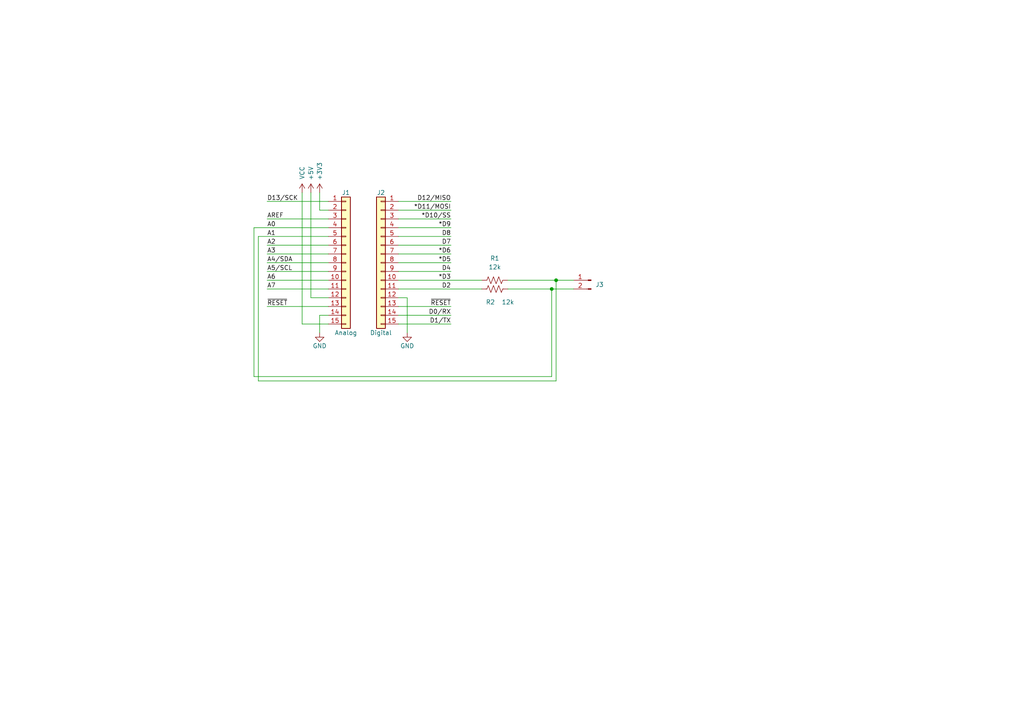
<source format=kicad_sch>
(kicad_sch (version 20211123) (generator eeschema)
  (paper "A4")
  (title_block (date "sam. 04 avril 2015"))
  (lib_symbols
    (symbol "Connector:Conn_01x02_Male" (pin_names (offset 1.016) hide)
      (property "Reference" "J" (at 0 2.54 0))
      (property "Value" "Conn_01x02_Male" (at 0 -5.08 0))
      (symbol "Conn_01x02_Male_1_1"
        (polyline (pts (xy 1.27 -2.54) (xy 0.8636 -2.54)) (stroke (width 0.1524)))
        (polyline (pts (xy 1.27 0) (xy 0.8636 0)) (stroke (width 0.1524)))
        (rectangle (start 0.8636 -2.413) (end 0 -2.667) (stroke (width 0.1524)) (fill (type outline)))
        (rectangle (start 0.8636 0.127) (end 0 -0.127) (stroke (width 0.1524)) (fill (type outline)))
        (pin passive line (at 5.08 0 180) (length 3.81) (name "Pin_1") (number "1"))
        (pin passive line (at 5.08 -2.54 180) (length 3.81) (name "Pin_2") (number "2"))
      )
    )
    (symbol "Connector_Generic:Conn_01x15" (pin_names (offset 1.016) hide)
      (property "Reference" "J" (at 0 20.32 0))
      (property "Value" "Conn_01x15" (at 0 -20.32 0))
      (symbol "Conn_01x15_1_1"
        (rectangle (start -1.27 -17.653) (end 0 -17.907) (stroke (width 0.1524)))
        (rectangle (start -1.27 -15.113) (end 0 -15.367) (stroke (width 0.1524)))
        (rectangle (start -1.27 -12.573) (end 0 -12.827) (stroke (width 0.1524)))
        (rectangle (start -1.27 -10.033) (end 0 -10.287) (stroke (width 0.1524)))
        (rectangle (start -1.27 -7.493) (end 0 -7.747) (stroke (width 0.1524)))
        (rectangle (start -1.27 -4.953) (end 0 -5.207) (stroke (width 0.1524)))
        (rectangle (start -1.27 -2.413) (end 0 -2.667) (stroke (width 0.1524)))
        (rectangle (start -1.27 0.127) (end 0 -0.127) (stroke (width 0.1524)))
        (rectangle (start -1.27 2.667) (end 0 2.413) (stroke (width 0.1524)))
        (rectangle (start -1.27 5.207) (end 0 4.953) (stroke (width 0.1524)))
        (rectangle (start -1.27 7.747) (end 0 7.493) (stroke (width 0.1524)))
        (rectangle (start -1.27 10.287) (end 0 10.033) (stroke (width 0.1524)))
        (rectangle (start -1.27 12.827) (end 0 12.573) (stroke (width 0.1524)))
        (rectangle (start -1.27 15.367) (end 0 15.113) (stroke (width 0.1524)))
        (rectangle (start -1.27 17.907) (end 0 17.653) (stroke (width 0.1524)))
        (rectangle (start -1.27 19.05) (end 1.27 -19.05) (stroke (width 0.254)) (fill (type background)))
        (pin passive line (at -5.08 17.78 0) (length 3.81) (name "Pin_1") (number "1"))
        (pin passive line (at -5.08 -5.08 0) (length 3.81) (name "Pin_10") (number "10"))
        (pin passive line (at -5.08 -7.62 0) (length 3.81) (name "Pin_11") (number "11"))
        (pin passive line (at -5.08 -10.16 0) (length 3.81) (name "Pin_12") (number "12"))
        (pin passive line (at -5.08 -12.7 0) (length 3.81) (name "Pin_13") (number "13"))
        (pin passive line (at -5.08 -15.24 0) (length 3.81) (name "Pin_14") (number "14"))
        (pin passive line (at -5.08 -17.78 0) (length 3.81) (name "Pin_15") (number "15"))
        (pin passive line (at -5.08 15.24 0) (length 3.81) (name "Pin_2") (number "2"))
        (pin passive line (at -5.08 12.7 0) (length 3.81) (name "Pin_3") (number "3"))
        (pin passive line (at -5.08 10.16 0) (length 3.81) (name "Pin_4") (number "4"))
        (pin passive line (at -5.08 7.62 0) (length 3.81) (name "Pin_5") (number "5"))
        (pin passive line (at -5.08 5.08 0) (length 3.81) (name "Pin_6") (number "6"))
        (pin passive line (at -5.08 2.54 0) (length 3.81) (name "Pin_7") (number "7"))
        (pin passive line (at -5.08 0 0) (length 3.81) (name "Pin_8") (number "8"))
        (pin passive line (at -5.08 -2.54 0) (length 3.81) (name "Pin_9") (number "9"))
      )
    )
    (symbol "Device:R_US" (pin_numbers hide) (pin_names (offset 0))
      (property "Reference" "R" (at 2.54 0 90))
      (property "Value" "R_US" (at -2.54 0 90))
      (symbol "R_US_0_1"
        (polyline (pts (xy 0 -2.286) (xy 0 -2.54)))
        (polyline (pts (xy 0 2.286) (xy 0 2.54)))
        (polyline (pts (xy 0 -0.762) (xy 1.016 -1.143) (xy 0 -1.524) (xy -1.016 -1.905) (xy 0 -2.286)))
        (polyline (pts (xy 0 0.762) (xy 1.016 0.381) (xy 0 0) (xy -1.016 -0.381) (xy 0 -0.762)))
        (polyline (pts (xy 0 2.286) (xy 1.016 1.905) (xy 0 1.524) (xy -1.016 1.143) (xy 0 0.762)))
      )
      (symbol "R_US_1_1"
        (pin passive line (at 0 3.81 270) (length 1.27) (name "~") (number "1"))
        (pin passive line (at 0 -3.81 90) (length 1.27) (name "~") (number "2"))
      )
    )
    (symbol "power:+3.3V" (power) (pin_names (offset 0))
      (property "Value" "+3.3V" (at 0 3.556 0))
      (symbol "+3.3V_0_1"
        (polyline (pts (xy -0.762 1.27) (xy 0 2.54)))
        (polyline (pts (xy 0 0) (xy 0 2.54)))
        (polyline (pts (xy 0 2.54) (xy 0.762 1.27)))
      )
      (symbol "+3.3V_1_1"
        (pin power_in line (at 0 0 90) (length 0) hide (name "+3V3") (number "1"))
      )
    )
    (symbol "power:+5V" (power) (pin_names (offset 0))
      (property "Value" "+5V" (at 0 3.556 0))
      (symbol "+5V_0_1"
        (polyline (pts (xy -0.762 1.27) (xy 0 2.54)))
        (polyline (pts (xy 0 0) (xy 0 2.54)))
        (polyline (pts (xy 0 2.54) (xy 0.762 1.27)))
      )
      (symbol "+5V_1_1"
        (pin power_in line (at 0 0 90) (length 0) hide (name "+5V") (number "1"))
      )
    )
    (symbol "power:GND" (power) (pin_names (offset 0))
      (property "Value" "GND" (at 0 -3.81 0))
      (symbol "GND_0_1"
        (polyline (pts (xy 0 0) (xy 0 -1.27) (xy 1.27 -1.27) (xy 0 -2.54) (xy -1.27 -1.27) (xy 0 -1.27)))
      )
      (symbol "GND_1_1"
        (pin power_in line (at 0 0 270) (length 0) hide (name "GND") (number "1"))
      )
    )
    (symbol "power:VCC" (power) (pin_names (offset 0))
      (property "Value" "VCC" (at 0 3.81 0))
      (symbol "VCC_0_1"
        (polyline (pts (xy -0.762 1.27) (xy 0 2.54)))
        (polyline (pts (xy 0 0) (xy 0 2.54)))
        (polyline (pts (xy 0 2.54) (xy 0.762 1.27)))
      )
      (symbol "VCC_1_1"
        (pin power_in line (at 0 0 90) (length 0) hide (name "VCC") (number "1"))
      )
    )
  )
  (junction (at 161.29 81.28))
  (junction (at 160.02 83.82))
  (wire (pts (xy 115.57 91.44) (xy 130.81 91.44)))
  (wire (pts (xy 95.25 60.96) (xy 92.71 60.96)))
  (wire (pts (xy 160.02 83.82) (xy 166.37 83.82)))
  (wire (pts (xy 161.29 81.28) (xy 166.37 81.28)))
  (wire (pts (xy 77.47 71.12) (xy 95.25 71.12)))
  (wire (pts (xy 77.47 76.2) (xy 95.25 76.2)))
  (wire (pts (xy 161.29 81.28) (xy 161.29 110.49)))
  (wire (pts (xy 90.17 55.88) (xy 90.17 86.36)))
  (wire (pts (xy 95.25 86.36) (xy 90.17 86.36)))
  (wire (pts (xy 77.47 73.66) (xy 95.25 73.66)))
  (wire (pts (xy 115.57 63.5) (xy 130.81 63.5)))
  (wire (pts (xy 115.57 68.58) (xy 130.81 68.58)))
  (wire (pts (xy 115.57 71.12) (xy 130.81 71.12)))
  (wire (pts (xy 115.57 83.82) (xy 139.7 83.82)))
  (wire (pts (xy 160.02 83.82) (xy 147.32 83.82)))
  (wire (pts (xy 77.47 63.5) (xy 95.25 63.5)))
  (wire (pts (xy 73.66 109.22) (xy 160.02 109.22)))
  (wire (pts (xy 115.57 76.2) (xy 130.81 76.2)))
  (wire (pts (xy 92.71 55.88) (xy 92.71 60.96)))
  (wire (pts (xy 115.57 86.36) (xy 118.11 86.36)))
  (wire (pts (xy 115.57 58.42) (xy 130.81 58.42)))
  (wire (pts (xy 87.63 55.88) (xy 87.63 93.98)))
  (wire (pts (xy 95.25 93.98) (xy 87.63 93.98)))
  (wire (pts (xy 77.47 88.9) (xy 95.25 88.9)))
  (wire (pts (xy 115.57 73.66) (xy 130.81 73.66)))
  (wire (pts (xy 115.57 78.74) (xy 130.81 78.74)))
  (wire (pts (xy 161.29 110.49) (xy 74.93 110.49)))
  (wire (pts (xy 77.47 58.42) (xy 95.25 58.42)))
  (wire (pts (xy 115.57 81.28) (xy 139.7 81.28)))
  (wire (pts (xy 77.47 83.82) (xy 95.25 83.82)))
  (wire (pts (xy 77.47 78.74) (xy 95.25 78.74)))
  (wire (pts (xy 115.57 66.04) (xy 130.81 66.04)))
  (wire (pts (xy 115.57 88.9) (xy 130.81 88.9)))
  (wire (pts (xy 74.93 110.49) (xy 74.93 68.58)))
  (wire (pts (xy 147.32 81.28) (xy 161.29 81.28)))
  (wire (pts (xy 118.11 86.36) (xy 118.11 96.52)))
  (wire (pts (xy 74.93 68.58) (xy 95.25 68.58)))
  (wire (pts (xy 115.57 93.98) (xy 130.81 93.98)))
  (wire (pts (xy 160.02 109.22) (xy 160.02 83.82)))
  (wire (pts (xy 77.47 81.28) (xy 95.25 81.28)))
  (wire (pts (xy 73.66 66.04) (xy 73.66 109.22)))
  (wire (pts (xy 92.71 91.44) (xy 92.71 96.52)))
  (wire (pts (xy 95.25 91.44) (xy 92.71 91.44)))
  (wire (pts (xy 73.66 66.04) (xy 95.25 66.04)))
  (wire (pts (xy 115.57 60.96) (xy 130.81 60.96)))
  (label "D4" (at 130.81 78.74 180))
  (label "*D5" (at 130.81 76.2 180))
  (label "A2" (at 77.47 71.12 0))
  (label "D7" (at 130.81 71.12 180))
  (label "D13{slash}SCK" (at 77.47 58.42 0))
  (label "A7" (at 77.47 83.82 0))
  (label "*D6" (at 130.81 73.66 180))
  (label "*D11{slash}MOSI" (at 130.81 60.96 180))
  (label "A1" (at 77.47 68.58 0))
  (label "A4{slash}SDA" (at 77.47 76.2 0))
  (label "A5{slash}SCL" (at 77.47 78.74 0))
  (label "A3" (at 77.47 73.66 0))
  (label "~{RESET}" (at 130.81 88.9 180))
  (label "~{RESET}" (at 77.47 88.9 0))
  (label "A6" (at 77.47 81.28 0))
  (label "A0" (at 77.47 66.04 0))
  (label "*D9" (at 130.81 66.04 180))
  (label "*D3" (at 130.81 81.28 180))
  (label "D2" (at 130.81 83.82 180))
  (label "D8" (at 130.81 68.58 180))
  (label "D1{slash}TX" (at 130.81 93.98 180))
  (label "D0{slash}RX" (at 130.81 91.44 180))
  (label "AREF" (at 77.47 63.5 0))
  (label "*D10{slash}SS" (at 130.81 63.5 180))
  (label "D12{slash}MISO" (at 130.81 58.42 180))
  (symbol (lib_id "Connector_Generic:Conn_01x15") (at 100.33 76.2 0) (unit 1)
    (property "Reference" "J1" (at 100.33 55.88 0))
    (property "Value" "Analog" (at 100.33 96.52 0))
    (property "Footprint" "Connector_PinHeader_2.54mm:PinHeader_1x15_P2.54mm_Vertical" (effects hide))
  )
  (symbol (lib_id "Connector_Generic:Conn_01x15") (at 110.49 76.2 0) (mirror y) (unit 1)
    (property "Reference" "J2" (at 110.49 55.88 0))
    (property "Value" "Digital" (at 110.49 96.52 0))
    (property "Footprint" "Connector_PinHeader_2.54mm:PinHeader_1x15_P2.54mm_Vertical" (effects hide))
  )
  (symbol (lib_id "Device:R_US") (at 143.51 83.82 90) (unit 1)
    (property "Reference" "R2" (at 142.24 87.63 90))
    (property "Value" "12k" (at 147.32 87.63 90))
    (property "Footprint" "Resistor_SMD:R_0805_2012Metric_Pad1.20x1.40mm_HandSolder" (effects hide))
  )
  (symbol (lib_id "Connector:Conn_01x02_Male") (at 171.45 81.28 0) (mirror y) (unit 1)
    (property "Reference" "J3" (at 172.72 82.5499 0) (effects (justify right)))
    (property "Value" "Conn_01x02_Male" (effects hide))
    (property "Footprint" "Connector_Molex:Molex_SL_171971-0002_1x02_P2.54mm_Vertical" (effects hide))
  )
  (symbol (lib_id "power:+5V") (at 90.17 55.88 0) (unit 1)
    (property "Reference" "#PWR0103" (effects hide))
    (property "Value" "+5V" (at 90.17 52.324 90) (effects (justify left)))
  )
  (symbol (lib_id "power:+3.3V") (at 92.71 55.88 0) (unit 1)
    (property "Reference" "#PWR0102" (effects hide))
    (property "Value" "+3.3V" (at 92.71 52.324 90) (effects (justify left)))
  )
  (symbol (lib_id "power:VCC") (at 87.63 55.88 0) (unit 1)
    (property "Reference" "#PWR0101" (effects hide))
    (property "Value" "VCC" (at 87.63 52.07 90) (effects (justify left)))
  )
  (symbol (lib_id "power:GND") (at 118.11 96.52 0) (unit 1)
    (property "Reference" "#PWR0105" (effects hide))
    (property "Value" "GND" (at 118.11 100.33 0))
  )
  (symbol (lib_id "Device:R_US") (at 143.51 81.28 90) (unit 1)
    (property "Reference" "R1" (at 143.51 74.93 90))
    (property "Value" "12k" (at 143.51 77.47 90))
    (property "Footprint" "Resistor_SMD:R_0805_2012Metric_Pad1.20x1.40mm_HandSolder" (effects hide))
  )
  (symbol (lib_id "power:GND") (at 92.71 96.52 0) (unit 1)
    (property "Reference" "#PWR0104" (effects hide))
    (property "Value" "GND" (at 92.71 100.33 0))
  )
)
</source>
